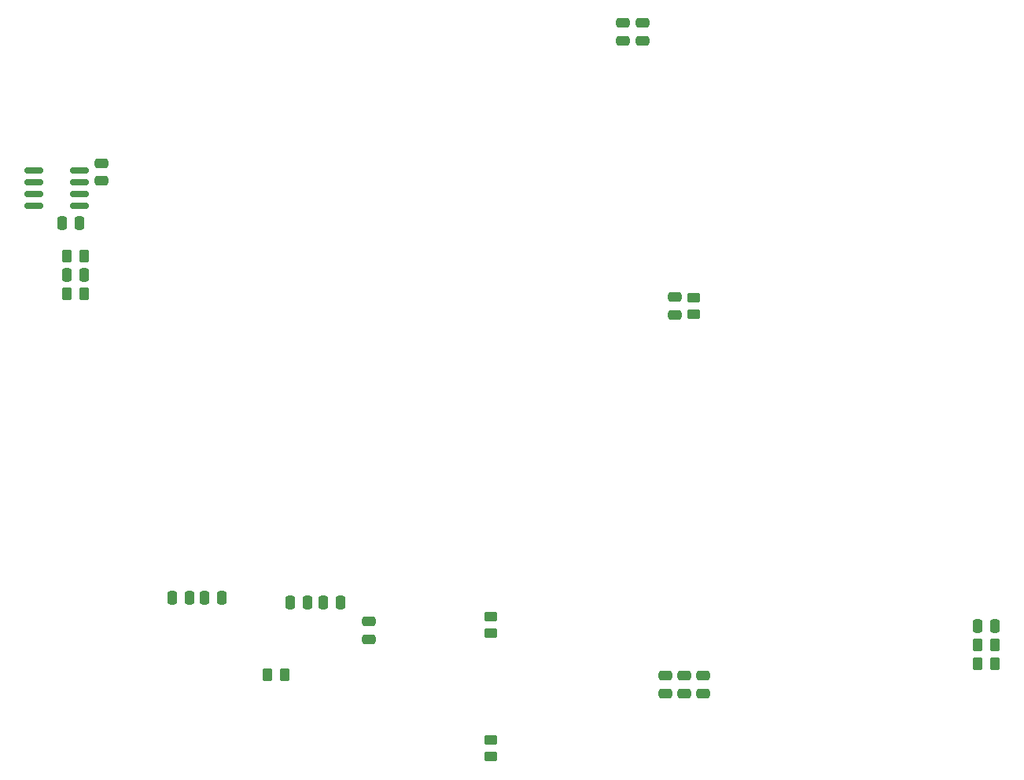
<source format=gbp>
%TF.GenerationSoftware,KiCad,Pcbnew,8.0.4*%
%TF.CreationDate,2024-09-20T12:27:39-05:00*%
%TF.ProjectId,Boost_9_8,426f6f73-745f-4395-9f38-2e6b69636164,rev?*%
%TF.SameCoordinates,Original*%
%TF.FileFunction,Paste,Bot*%
%TF.FilePolarity,Positive*%
%FSLAX46Y46*%
G04 Gerber Fmt 4.6, Leading zero omitted, Abs format (unit mm)*
G04 Created by KiCad (PCBNEW 8.0.4) date 2024-09-20 12:27:39*
%MOMM*%
%LPD*%
G01*
G04 APERTURE LIST*
G04 Aperture macros list*
%AMRoundRect*
0 Rectangle with rounded corners*
0 $1 Rounding radius*
0 $2 $3 $4 $5 $6 $7 $8 $9 X,Y pos of 4 corners*
0 Add a 4 corners polygon primitive as box body*
4,1,4,$2,$3,$4,$5,$6,$7,$8,$9,$2,$3,0*
0 Add four circle primitives for the rounded corners*
1,1,$1+$1,$2,$3*
1,1,$1+$1,$4,$5*
1,1,$1+$1,$6,$7*
1,1,$1+$1,$8,$9*
0 Add four rect primitives between the rounded corners*
20,1,$1+$1,$2,$3,$4,$5,0*
20,1,$1+$1,$4,$5,$6,$7,0*
20,1,$1+$1,$6,$7,$8,$9,0*
20,1,$1+$1,$8,$9,$2,$3,0*%
G04 Aperture macros list end*
%ADD10RoundRect,0.250000X0.262500X0.450000X-0.262500X0.450000X-0.262500X-0.450000X0.262500X-0.450000X0*%
%ADD11RoundRect,0.250000X0.475000X-0.250000X0.475000X0.250000X-0.475000X0.250000X-0.475000X-0.250000X0*%
%ADD12RoundRect,0.250000X0.450000X-0.262500X0.450000X0.262500X-0.450000X0.262500X-0.450000X-0.262500X0*%
%ADD13RoundRect,0.250000X0.250000X0.475000X-0.250000X0.475000X-0.250000X-0.475000X0.250000X-0.475000X0*%
%ADD14RoundRect,0.250000X-0.475000X0.250000X-0.475000X-0.250000X0.475000X-0.250000X0.475000X0.250000X0*%
%ADD15RoundRect,0.250000X-0.450000X0.262500X-0.450000X-0.262500X0.450000X-0.262500X0.450000X0.262500X0*%
%ADD16RoundRect,0.250000X-0.262500X-0.450000X0.262500X-0.450000X0.262500X0.450000X-0.262500X0.450000X0*%
%ADD17RoundRect,0.250000X-0.250000X-0.475000X0.250000X-0.475000X0.250000X0.475000X-0.250000X0.475000X0*%
%ADD18RoundRect,0.150000X-0.825000X-0.150000X0.825000X-0.150000X0.825000X0.150000X-0.825000X0.150000X0*%
G04 APERTURE END LIST*
D10*
%TO.C,R12*%
X58824500Y-116713000D03*
X56999500Y-116713000D03*
%TD*%
D11*
%TO.C,C21*%
X95311000Y-48382000D03*
X95311000Y-46482000D03*
%TD*%
%TO.C,C20*%
X97409000Y-48382000D03*
X97409000Y-46482000D03*
%TD*%
%TO.C,C19*%
X67945000Y-112903000D03*
X67945000Y-111003000D03*
%TD*%
D12*
%TO.C,R3*%
X81059000Y-125560500D03*
X81059000Y-123735500D03*
%TD*%
D13*
%TO.C,C7*%
X52126000Y-108458000D03*
X50226000Y-108458000D03*
%TD*%
%TO.C,C2*%
X36764000Y-68072000D03*
X34864000Y-68072000D03*
%TD*%
D14*
%TO.C,C11*%
X100838000Y-76012000D03*
X100838000Y-77912000D03*
%TD*%
D13*
%TO.C,C17*%
X64892000Y-108966000D03*
X62992000Y-108966000D03*
%TD*%
D15*
%TO.C,R4*%
X81059000Y-110424000D03*
X81059000Y-112249000D03*
%TD*%
D11*
%TO.C,C18*%
X39116000Y-63500000D03*
X39116000Y-61600000D03*
%TD*%
D16*
%TO.C,R2*%
X133453500Y-113538000D03*
X135278500Y-113538000D03*
%TD*%
D11*
%TO.C,C9*%
X99855000Y-118743566D03*
X99855000Y-116843566D03*
%TD*%
D17*
%TO.C,C13*%
X59436000Y-108966000D03*
X61336000Y-108966000D03*
%TD*%
D10*
%TO.C,R6*%
X37234500Y-75692000D03*
X35409500Y-75692000D03*
%TD*%
D11*
%TO.C,C12*%
X101887000Y-118743566D03*
X101887000Y-116843566D03*
%TD*%
D17*
%TO.C,C10*%
X46736000Y-108458000D03*
X48636000Y-108458000D03*
%TD*%
D18*
%TO.C,U2*%
X31815000Y-66167000D03*
X31815000Y-64897000D03*
X31815000Y-63627000D03*
X31815000Y-62357000D03*
X36765000Y-62357000D03*
X36765000Y-63627000D03*
X36765000Y-64897000D03*
X36765000Y-66167000D03*
%TD*%
D16*
%TO.C,R5*%
X35409500Y-71628000D03*
X37234500Y-71628000D03*
%TD*%
D13*
%TO.C,C5*%
X37272000Y-73660000D03*
X35372000Y-73660000D03*
%TD*%
D17*
%TO.C,C1*%
X133416000Y-111506000D03*
X135316000Y-111506000D03*
%TD*%
D15*
%TO.C,R8*%
X102870000Y-76049500D03*
X102870000Y-77874500D03*
%TD*%
D11*
%TO.C,C15*%
X103919000Y-118743566D03*
X103919000Y-116843566D03*
%TD*%
D10*
%TO.C,R1*%
X135278500Y-115570000D03*
X133453500Y-115570000D03*
%TD*%
M02*

</source>
